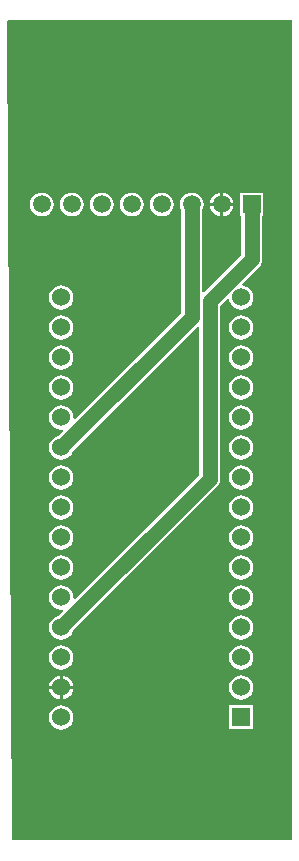
<source format=gbl>
G04*
G04 #@! TF.GenerationSoftware,Altium Limited,Altium Designer,19.1.2 (11)*
G04*
G04 Layer_Physical_Order=2*
G04 Layer_Color=16711680*
%FSLAX25Y25*%
%MOIN*%
G70*
G01*
G75*
%ADD16C,0.05000*%
%ADD17R,0.05906X0.05906*%
%ADD18C,0.05906*%
%ADD19C,0.06000*%
%ADD20R,0.06000X0.06000*%
G36*
X198000Y104500D02*
X104500D01*
X103002Y377645D01*
X103355Y378000D01*
X198000D01*
Y104500D01*
D02*
G37*
%LPC*%
G36*
X175000Y320421D02*
Y317000D01*
X178421D01*
X178351Y317532D01*
X177953Y318493D01*
X177319Y319319D01*
X176493Y319953D01*
X175532Y320351D01*
X175000Y320421D01*
D02*
G37*
G36*
X174000D02*
X173468Y320351D01*
X172507Y319953D01*
X171681Y319319D01*
X171047Y318493D01*
X170649Y317532D01*
X170579Y317000D01*
X174000D01*
Y320421D01*
D02*
G37*
G36*
X178421Y316000D02*
X175000D01*
Y312579D01*
X175532Y312649D01*
X176493Y313047D01*
X177319Y313681D01*
X177953Y314507D01*
X178351Y315468D01*
X178421Y316000D01*
D02*
G37*
G36*
X174000D02*
X170579D01*
X170649Y315468D01*
X171047Y314507D01*
X171681Y313681D01*
X172507Y313047D01*
X173468Y312649D01*
X174000Y312579D01*
Y316000D01*
D02*
G37*
G36*
X154500Y320487D02*
X153468Y320351D01*
X152507Y319953D01*
X151681Y319319D01*
X151047Y318493D01*
X150649Y317532D01*
X150513Y316500D01*
X150649Y315468D01*
X151047Y314507D01*
X151681Y313681D01*
X152507Y313047D01*
X153468Y312649D01*
X154500Y312513D01*
X155532Y312649D01*
X156493Y313047D01*
X157319Y313681D01*
X157953Y314507D01*
X158351Y315468D01*
X158487Y316500D01*
X158351Y317532D01*
X157953Y318493D01*
X157319Y319319D01*
X156493Y319953D01*
X155532Y320351D01*
X154500Y320487D01*
D02*
G37*
G36*
X144500D02*
X143468Y320351D01*
X142507Y319953D01*
X141681Y319319D01*
X141047Y318493D01*
X140649Y317532D01*
X140513Y316500D01*
X140649Y315468D01*
X141047Y314507D01*
X141681Y313681D01*
X142507Y313047D01*
X143468Y312649D01*
X144500Y312513D01*
X145532Y312649D01*
X146493Y313047D01*
X147319Y313681D01*
X147953Y314507D01*
X148351Y315468D01*
X148487Y316500D01*
X148351Y317532D01*
X147953Y318493D01*
X147319Y319319D01*
X146493Y319953D01*
X145532Y320351D01*
X144500Y320487D01*
D02*
G37*
G36*
X134500D02*
X133468Y320351D01*
X132507Y319953D01*
X131681Y319319D01*
X131047Y318493D01*
X130649Y317532D01*
X130513Y316500D01*
X130649Y315468D01*
X131047Y314507D01*
X131681Y313681D01*
X132507Y313047D01*
X133468Y312649D01*
X134500Y312513D01*
X135532Y312649D01*
X136493Y313047D01*
X137319Y313681D01*
X137953Y314507D01*
X138351Y315468D01*
X138487Y316500D01*
X138351Y317532D01*
X137953Y318493D01*
X137319Y319319D01*
X136493Y319953D01*
X135532Y320351D01*
X134500Y320487D01*
D02*
G37*
G36*
X124500D02*
X123468Y320351D01*
X122507Y319953D01*
X121681Y319319D01*
X121047Y318493D01*
X120649Y317532D01*
X120513Y316500D01*
X120649Y315468D01*
X121047Y314507D01*
X121681Y313681D01*
X122507Y313047D01*
X123468Y312649D01*
X124500Y312513D01*
X125532Y312649D01*
X126493Y313047D01*
X127319Y313681D01*
X127953Y314507D01*
X128351Y315468D01*
X128487Y316500D01*
X128351Y317532D01*
X127953Y318493D01*
X127319Y319319D01*
X126493Y319953D01*
X125532Y320351D01*
X124500Y320487D01*
D02*
G37*
G36*
X114500D02*
X113468Y320351D01*
X112507Y319953D01*
X111681Y319319D01*
X111047Y318493D01*
X110649Y317532D01*
X110513Y316500D01*
X110649Y315468D01*
X111047Y314507D01*
X111681Y313681D01*
X112507Y313047D01*
X113468Y312649D01*
X114500Y312513D01*
X115532Y312649D01*
X116493Y313047D01*
X117319Y313681D01*
X117953Y314507D01*
X118351Y315468D01*
X118487Y316500D01*
X118351Y317532D01*
X117953Y318493D01*
X117319Y319319D01*
X116493Y319953D01*
X115532Y320351D01*
X114500Y320487D01*
D02*
G37*
G36*
X164500D02*
X163468Y320351D01*
X162507Y319953D01*
X161681Y319319D01*
X161047Y318493D01*
X160649Y317532D01*
X160513Y316500D01*
X160649Y315468D01*
X160970Y314694D01*
Y280462D01*
X125468Y244960D01*
X124994Y245194D01*
X125034Y245500D01*
X124897Y246544D01*
X124494Y247517D01*
X123853Y248353D01*
X123017Y248994D01*
X122044Y249397D01*
X121000Y249535D01*
X119956Y249397D01*
X118983Y248994D01*
X118147Y248353D01*
X117506Y247517D01*
X117103Y246544D01*
X116965Y245500D01*
X117103Y244456D01*
X117506Y243483D01*
X118147Y242647D01*
X118983Y242006D01*
X119956Y241603D01*
X121000Y241465D01*
X121306Y241506D01*
X121540Y241032D01*
X119868Y239361D01*
X118983Y238994D01*
X118147Y238353D01*
X117506Y237517D01*
X117103Y236544D01*
X116965Y235500D01*
X117103Y234456D01*
X117506Y233483D01*
X118147Y232647D01*
X118983Y232006D01*
X119956Y231603D01*
X121000Y231466D01*
X122044Y231603D01*
X123017Y232006D01*
X123853Y232647D01*
X124494Y233483D01*
X124861Y234368D01*
X166508Y276015D01*
X166970Y275824D01*
Y226462D01*
X125468Y184960D01*
X124994Y185194D01*
X125034Y185500D01*
X124897Y186544D01*
X124494Y187517D01*
X123853Y188353D01*
X123017Y188994D01*
X122044Y189397D01*
X121000Y189534D01*
X119956Y189397D01*
X118983Y188994D01*
X118147Y188353D01*
X117506Y187517D01*
X117103Y186544D01*
X116965Y185500D01*
X117103Y184456D01*
X117506Y183483D01*
X118147Y182647D01*
X118983Y182006D01*
X119956Y181603D01*
X121000Y181465D01*
X121306Y181506D01*
X121540Y181032D01*
X119868Y179361D01*
X118983Y178994D01*
X118147Y178353D01*
X117506Y177517D01*
X117103Y176544D01*
X116965Y175500D01*
X117103Y174456D01*
X117506Y173483D01*
X118147Y172647D01*
X118983Y172006D01*
X119956Y171603D01*
X121000Y171466D01*
X122044Y171603D01*
X123017Y172006D01*
X123853Y172647D01*
X124494Y173483D01*
X124861Y174368D01*
X172996Y222504D01*
X173557Y223235D01*
X173910Y224086D01*
X174030Y225000D01*
Y282730D01*
X176501Y285201D01*
X177029Y285021D01*
X177103Y284456D01*
X177506Y283483D01*
X178147Y282647D01*
X178983Y282006D01*
X179956Y281603D01*
X181000Y281466D01*
X182044Y281603D01*
X183017Y282006D01*
X183853Y282647D01*
X184494Y283483D01*
X184897Y284456D01*
X185035Y285500D01*
X184897Y286544D01*
X184494Y287517D01*
X183853Y288353D01*
X183017Y288994D01*
X182044Y289397D01*
X181479Y289472D01*
X181299Y289999D01*
X186996Y295696D01*
X187557Y296427D01*
X187910Y297279D01*
X188030Y298192D01*
Y312547D01*
X188453D01*
Y320453D01*
X180547D01*
Y312547D01*
X180970D01*
Y299655D01*
X168492Y287177D01*
X168030Y287368D01*
Y314694D01*
X168351Y315468D01*
X168487Y316500D01*
X168351Y317532D01*
X167953Y318493D01*
X167319Y319319D01*
X166493Y319953D01*
X165532Y320351D01*
X164500Y320487D01*
D02*
G37*
G36*
X121000Y289534D02*
X119956Y289397D01*
X118983Y288994D01*
X118147Y288353D01*
X117506Y287517D01*
X117103Y286544D01*
X116965Y285500D01*
X117103Y284456D01*
X117506Y283483D01*
X118147Y282647D01*
X118983Y282006D01*
X119956Y281603D01*
X121000Y281466D01*
X122044Y281603D01*
X123017Y282006D01*
X123853Y282647D01*
X124494Y283483D01*
X124897Y284456D01*
X125034Y285500D01*
X124897Y286544D01*
X124494Y287517D01*
X123853Y288353D01*
X123017Y288994D01*
X122044Y289397D01*
X121000Y289534D01*
D02*
G37*
G36*
X181000Y279535D02*
X179956Y279397D01*
X178983Y278994D01*
X178147Y278353D01*
X177506Y277517D01*
X177103Y276544D01*
X176965Y275500D01*
X177103Y274456D01*
X177506Y273483D01*
X178147Y272647D01*
X178983Y272006D01*
X179956Y271603D01*
X181000Y271465D01*
X182044Y271603D01*
X183017Y272006D01*
X183853Y272647D01*
X184494Y273483D01*
X184897Y274456D01*
X185035Y275500D01*
X184897Y276544D01*
X184494Y277517D01*
X183853Y278353D01*
X183017Y278994D01*
X182044Y279397D01*
X181000Y279535D01*
D02*
G37*
G36*
X121000D02*
X119956Y279397D01*
X118983Y278994D01*
X118147Y278353D01*
X117506Y277517D01*
X117103Y276544D01*
X116965Y275500D01*
X117103Y274456D01*
X117506Y273483D01*
X118147Y272647D01*
X118983Y272006D01*
X119956Y271603D01*
X121000Y271465D01*
X122044Y271603D01*
X123017Y272006D01*
X123853Y272647D01*
X124494Y273483D01*
X124897Y274456D01*
X125034Y275500D01*
X124897Y276544D01*
X124494Y277517D01*
X123853Y278353D01*
X123017Y278994D01*
X122044Y279397D01*
X121000Y279535D01*
D02*
G37*
G36*
X181000Y269534D02*
X179956Y269397D01*
X178983Y268994D01*
X178147Y268353D01*
X177506Y267517D01*
X177103Y266544D01*
X176965Y265500D01*
X177103Y264456D01*
X177506Y263483D01*
X178147Y262647D01*
X178983Y262006D01*
X179956Y261603D01*
X181000Y261466D01*
X182044Y261603D01*
X183017Y262006D01*
X183853Y262647D01*
X184494Y263483D01*
X184897Y264456D01*
X185035Y265500D01*
X184897Y266544D01*
X184494Y267517D01*
X183853Y268353D01*
X183017Y268994D01*
X182044Y269397D01*
X181000Y269534D01*
D02*
G37*
G36*
X121000D02*
X119956Y269397D01*
X118983Y268994D01*
X118147Y268353D01*
X117506Y267517D01*
X117103Y266544D01*
X116965Y265500D01*
X117103Y264456D01*
X117506Y263483D01*
X118147Y262647D01*
X118983Y262006D01*
X119956Y261603D01*
X121000Y261466D01*
X122044Y261603D01*
X123017Y262006D01*
X123853Y262647D01*
X124494Y263483D01*
X124897Y264456D01*
X125034Y265500D01*
X124897Y266544D01*
X124494Y267517D01*
X123853Y268353D01*
X123017Y268994D01*
X122044Y269397D01*
X121000Y269534D01*
D02*
G37*
G36*
X181000Y259535D02*
X179956Y259397D01*
X178983Y258994D01*
X178147Y258353D01*
X177506Y257517D01*
X177103Y256544D01*
X176965Y255500D01*
X177103Y254456D01*
X177506Y253483D01*
X178147Y252647D01*
X178983Y252006D01*
X179956Y251603D01*
X181000Y251466D01*
X182044Y251603D01*
X183017Y252006D01*
X183853Y252647D01*
X184494Y253483D01*
X184897Y254456D01*
X185035Y255500D01*
X184897Y256544D01*
X184494Y257517D01*
X183853Y258353D01*
X183017Y258994D01*
X182044Y259397D01*
X181000Y259535D01*
D02*
G37*
G36*
X121000D02*
X119956Y259397D01*
X118983Y258994D01*
X118147Y258353D01*
X117506Y257517D01*
X117103Y256544D01*
X116965Y255500D01*
X117103Y254456D01*
X117506Y253483D01*
X118147Y252647D01*
X118983Y252006D01*
X119956Y251603D01*
X121000Y251466D01*
X122044Y251603D01*
X123017Y252006D01*
X123853Y252647D01*
X124494Y253483D01*
X124897Y254456D01*
X125034Y255500D01*
X124897Y256544D01*
X124494Y257517D01*
X123853Y258353D01*
X123017Y258994D01*
X122044Y259397D01*
X121000Y259535D01*
D02*
G37*
G36*
X181000Y249535D02*
X179956Y249397D01*
X178983Y248994D01*
X178147Y248353D01*
X177506Y247517D01*
X177103Y246544D01*
X176965Y245500D01*
X177103Y244456D01*
X177506Y243483D01*
X178147Y242647D01*
X178983Y242006D01*
X179956Y241603D01*
X181000Y241465D01*
X182044Y241603D01*
X183017Y242006D01*
X183853Y242647D01*
X184494Y243483D01*
X184897Y244456D01*
X185035Y245500D01*
X184897Y246544D01*
X184494Y247517D01*
X183853Y248353D01*
X183017Y248994D01*
X182044Y249397D01*
X181000Y249535D01*
D02*
G37*
G36*
Y239534D02*
X179956Y239397D01*
X178983Y238994D01*
X178147Y238353D01*
X177506Y237517D01*
X177103Y236544D01*
X176965Y235500D01*
X177103Y234456D01*
X177506Y233483D01*
X178147Y232647D01*
X178983Y232006D01*
X179956Y231603D01*
X181000Y231466D01*
X182044Y231603D01*
X183017Y232006D01*
X183853Y232647D01*
X184494Y233483D01*
X184897Y234456D01*
X185035Y235500D01*
X184897Y236544D01*
X184494Y237517D01*
X183853Y238353D01*
X183017Y238994D01*
X182044Y239397D01*
X181000Y239534D01*
D02*
G37*
G36*
Y229535D02*
X179956Y229397D01*
X178983Y228994D01*
X178147Y228353D01*
X177506Y227517D01*
X177103Y226544D01*
X176965Y225500D01*
X177103Y224456D01*
X177506Y223483D01*
X178147Y222647D01*
X178983Y222006D01*
X179956Y221603D01*
X181000Y221465D01*
X182044Y221603D01*
X183017Y222006D01*
X183853Y222647D01*
X184494Y223483D01*
X184897Y224456D01*
X185035Y225500D01*
X184897Y226544D01*
X184494Y227517D01*
X183853Y228353D01*
X183017Y228994D01*
X182044Y229397D01*
X181000Y229535D01*
D02*
G37*
G36*
X121000D02*
X119956Y229397D01*
X118983Y228994D01*
X118147Y228353D01*
X117506Y227517D01*
X117103Y226544D01*
X116965Y225500D01*
X117103Y224456D01*
X117506Y223483D01*
X118147Y222647D01*
X118983Y222006D01*
X119956Y221603D01*
X121000Y221465D01*
X122044Y221603D01*
X123017Y222006D01*
X123853Y222647D01*
X124494Y223483D01*
X124897Y224456D01*
X125034Y225500D01*
X124897Y226544D01*
X124494Y227517D01*
X123853Y228353D01*
X123017Y228994D01*
X122044Y229397D01*
X121000Y229535D01*
D02*
G37*
G36*
X181000Y219534D02*
X179956Y219397D01*
X178983Y218994D01*
X178147Y218353D01*
X177506Y217517D01*
X177103Y216544D01*
X176965Y215500D01*
X177103Y214456D01*
X177506Y213483D01*
X178147Y212647D01*
X178983Y212006D01*
X179956Y211603D01*
X181000Y211466D01*
X182044Y211603D01*
X183017Y212006D01*
X183853Y212647D01*
X184494Y213483D01*
X184897Y214456D01*
X185035Y215500D01*
X184897Y216544D01*
X184494Y217517D01*
X183853Y218353D01*
X183017Y218994D01*
X182044Y219397D01*
X181000Y219534D01*
D02*
G37*
G36*
X121000D02*
X119956Y219397D01*
X118983Y218994D01*
X118147Y218353D01*
X117506Y217517D01*
X117103Y216544D01*
X116965Y215500D01*
X117103Y214456D01*
X117506Y213483D01*
X118147Y212647D01*
X118983Y212006D01*
X119956Y211603D01*
X121000Y211466D01*
X122044Y211603D01*
X123017Y212006D01*
X123853Y212647D01*
X124494Y213483D01*
X124897Y214456D01*
X125034Y215500D01*
X124897Y216544D01*
X124494Y217517D01*
X123853Y218353D01*
X123017Y218994D01*
X122044Y219397D01*
X121000Y219534D01*
D02*
G37*
G36*
X181000Y209535D02*
X179956Y209397D01*
X178983Y208994D01*
X178147Y208353D01*
X177506Y207517D01*
X177103Y206544D01*
X176965Y205500D01*
X177103Y204456D01*
X177506Y203483D01*
X178147Y202647D01*
X178983Y202006D01*
X179956Y201603D01*
X181000Y201466D01*
X182044Y201603D01*
X183017Y202006D01*
X183853Y202647D01*
X184494Y203483D01*
X184897Y204456D01*
X185035Y205500D01*
X184897Y206544D01*
X184494Y207517D01*
X183853Y208353D01*
X183017Y208994D01*
X182044Y209397D01*
X181000Y209535D01*
D02*
G37*
G36*
X121000D02*
X119956Y209397D01*
X118983Y208994D01*
X118147Y208353D01*
X117506Y207517D01*
X117103Y206544D01*
X116965Y205500D01*
X117103Y204456D01*
X117506Y203483D01*
X118147Y202647D01*
X118983Y202006D01*
X119956Y201603D01*
X121000Y201466D01*
X122044Y201603D01*
X123017Y202006D01*
X123853Y202647D01*
X124494Y203483D01*
X124897Y204456D01*
X125034Y205500D01*
X124897Y206544D01*
X124494Y207517D01*
X123853Y208353D01*
X123017Y208994D01*
X122044Y209397D01*
X121000Y209535D01*
D02*
G37*
G36*
X181000Y199534D02*
X179956Y199397D01*
X178983Y198994D01*
X178147Y198353D01*
X177506Y197517D01*
X177103Y196544D01*
X176965Y195500D01*
X177103Y194456D01*
X177506Y193483D01*
X178147Y192647D01*
X178983Y192006D01*
X179956Y191603D01*
X181000Y191465D01*
X182044Y191603D01*
X183017Y192006D01*
X183853Y192647D01*
X184494Y193483D01*
X184897Y194456D01*
X185035Y195500D01*
X184897Y196544D01*
X184494Y197517D01*
X183853Y198353D01*
X183017Y198994D01*
X182044Y199397D01*
X181000Y199534D01*
D02*
G37*
G36*
X121000D02*
X119956Y199397D01*
X118983Y198994D01*
X118147Y198353D01*
X117506Y197517D01*
X117103Y196544D01*
X116965Y195500D01*
X117103Y194456D01*
X117506Y193483D01*
X118147Y192647D01*
X118983Y192006D01*
X119956Y191603D01*
X121000Y191465D01*
X122044Y191603D01*
X123017Y192006D01*
X123853Y192647D01*
X124494Y193483D01*
X124897Y194456D01*
X125034Y195500D01*
X124897Y196544D01*
X124494Y197517D01*
X123853Y198353D01*
X123017Y198994D01*
X122044Y199397D01*
X121000Y199534D01*
D02*
G37*
G36*
X181000Y189534D02*
X179956Y189397D01*
X178983Y188994D01*
X178147Y188353D01*
X177506Y187517D01*
X177103Y186544D01*
X176965Y185500D01*
X177103Y184456D01*
X177506Y183483D01*
X178147Y182647D01*
X178983Y182006D01*
X179956Y181603D01*
X181000Y181465D01*
X182044Y181603D01*
X183017Y182006D01*
X183853Y182647D01*
X184494Y183483D01*
X184897Y184456D01*
X185035Y185500D01*
X184897Y186544D01*
X184494Y187517D01*
X183853Y188353D01*
X183017Y188994D01*
X182044Y189397D01*
X181000Y189534D01*
D02*
G37*
G36*
Y179534D02*
X179956Y179397D01*
X178983Y178994D01*
X178147Y178353D01*
X177506Y177517D01*
X177103Y176544D01*
X176965Y175500D01*
X177103Y174456D01*
X177506Y173483D01*
X178147Y172647D01*
X178983Y172006D01*
X179956Y171603D01*
X181000Y171466D01*
X182044Y171603D01*
X183017Y172006D01*
X183853Y172647D01*
X184494Y173483D01*
X184897Y174456D01*
X185035Y175500D01*
X184897Y176544D01*
X184494Y177517D01*
X183853Y178353D01*
X183017Y178994D01*
X182044Y179397D01*
X181000Y179534D01*
D02*
G37*
G36*
Y169535D02*
X179956Y169397D01*
X178983Y168994D01*
X178147Y168353D01*
X177506Y167517D01*
X177103Y166544D01*
X176965Y165500D01*
X177103Y164456D01*
X177506Y163483D01*
X178147Y162647D01*
X178983Y162006D01*
X179956Y161603D01*
X181000Y161466D01*
X182044Y161603D01*
X183017Y162006D01*
X183853Y162647D01*
X184494Y163483D01*
X184897Y164456D01*
X185035Y165500D01*
X184897Y166544D01*
X184494Y167517D01*
X183853Y168353D01*
X183017Y168994D01*
X182044Y169397D01*
X181000Y169535D01*
D02*
G37*
G36*
X121000D02*
X119956Y169397D01*
X118983Y168994D01*
X118147Y168353D01*
X117506Y167517D01*
X117103Y166544D01*
X116965Y165500D01*
X117103Y164456D01*
X117506Y163483D01*
X118147Y162647D01*
X118983Y162006D01*
X119956Y161603D01*
X121000Y161466D01*
X122044Y161603D01*
X123017Y162006D01*
X123853Y162647D01*
X124494Y163483D01*
X124897Y164456D01*
X125034Y165500D01*
X124897Y166544D01*
X124494Y167517D01*
X123853Y168353D01*
X123017Y168994D01*
X122044Y169397D01*
X121000Y169535D01*
D02*
G37*
G36*
X121500Y159469D02*
Y156000D01*
X124969D01*
X124897Y156544D01*
X124494Y157517D01*
X123853Y158353D01*
X123017Y158994D01*
X122044Y159397D01*
X121500Y159469D01*
D02*
G37*
G36*
X120500D02*
X119956Y159397D01*
X118983Y158994D01*
X118147Y158353D01*
X117506Y157517D01*
X117103Y156544D01*
X117031Y156000D01*
X120500D01*
Y159469D01*
D02*
G37*
G36*
X124969Y155000D02*
X121500D01*
Y151531D01*
X122044Y151603D01*
X123017Y152006D01*
X123853Y152647D01*
X124494Y153483D01*
X124897Y154456D01*
X124969Y155000D01*
D02*
G37*
G36*
X120500D02*
X117031D01*
X117103Y154456D01*
X117506Y153483D01*
X118147Y152647D01*
X118983Y152006D01*
X119956Y151603D01*
X120500Y151531D01*
Y155000D01*
D02*
G37*
G36*
X181000Y159535D02*
X179956Y159397D01*
X178983Y158994D01*
X178147Y158353D01*
X177506Y157517D01*
X177103Y156544D01*
X176965Y155500D01*
X177103Y154456D01*
X177506Y153483D01*
X178147Y152647D01*
X178983Y152006D01*
X179956Y151603D01*
X181000Y151465D01*
X182044Y151603D01*
X183017Y152006D01*
X183853Y152647D01*
X184494Y153483D01*
X184897Y154456D01*
X185035Y155500D01*
X184897Y156544D01*
X184494Y157517D01*
X183853Y158353D01*
X183017Y158994D01*
X182044Y159397D01*
X181000Y159535D01*
D02*
G37*
G36*
X185000Y149500D02*
X177000D01*
Y141500D01*
X185000D01*
Y149500D01*
D02*
G37*
G36*
X121000Y149534D02*
X119956Y149397D01*
X118983Y148994D01*
X118147Y148353D01*
X117506Y147517D01*
X117103Y146544D01*
X116965Y145500D01*
X117103Y144456D01*
X117506Y143483D01*
X118147Y142647D01*
X118983Y142006D01*
X119956Y141603D01*
X121000Y141465D01*
X122044Y141603D01*
X123017Y142006D01*
X123853Y142647D01*
X124494Y143483D01*
X124897Y144456D01*
X125034Y145500D01*
X124897Y146544D01*
X124494Y147517D01*
X123853Y148353D01*
X123017Y148994D01*
X122044Y149397D01*
X121000Y149534D01*
D02*
G37*
%LPD*%
D16*
Y175500D02*
X170500Y225000D01*
Y284192D01*
X184500Y298192D01*
Y316500D01*
X121000Y235500D02*
X164500Y279000D01*
Y316500D01*
D17*
X184500D02*
D03*
D18*
X174500D02*
D03*
X164500D02*
D03*
X154500D02*
D03*
X144500D02*
D03*
X134500D02*
D03*
X124500D02*
D03*
X114500D02*
D03*
D19*
X181000Y265500D02*
D03*
Y255500D02*
D03*
Y245500D02*
D03*
Y235500D02*
D03*
Y225500D02*
D03*
Y215500D02*
D03*
Y205500D02*
D03*
Y195500D02*
D03*
Y185500D02*
D03*
Y175500D02*
D03*
Y165500D02*
D03*
Y155500D02*
D03*
X121000Y145500D02*
D03*
X181000Y275500D02*
D03*
Y285500D02*
D03*
X121000Y155500D02*
D03*
Y165500D02*
D03*
Y175500D02*
D03*
Y185500D02*
D03*
Y195500D02*
D03*
Y205500D02*
D03*
Y215500D02*
D03*
Y225500D02*
D03*
Y235500D02*
D03*
Y265500D02*
D03*
Y245500D02*
D03*
Y255500D02*
D03*
Y275500D02*
D03*
Y285500D02*
D03*
D20*
X181000Y145500D02*
D03*
M02*

</source>
